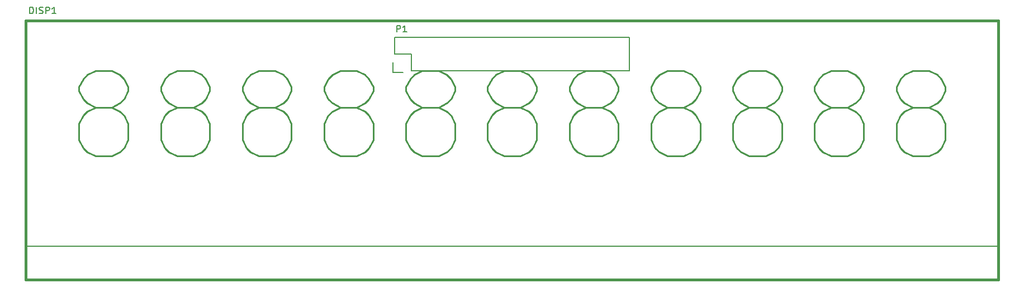
<source format=gto>
G04 #@! TF.FileFunction,Legend,Top*
%FSLAX46Y46*%
G04 Gerber Fmt 4.6, Leading zero omitted, Abs format (unit mm)*
G04 Created by KiCad (PCBNEW 4.0.4-stable) date 11/06/16 19:23:54*
%MOMM*%
%LPD*%
G01*
G04 APERTURE LIST*
%ADD10C,0.100000*%
%ADD11C,0.150000*%
%ADD12C,0.450000*%
%ADD13C,0.250000*%
G04 APERTURE END LIST*
D10*
D11*
X74930000Y-119380000D02*
X222250000Y-119380000D01*
D12*
X222250000Y-124460000D02*
X222250000Y-116840000D01*
X74930000Y-116840000D02*
X74930000Y-124460000D01*
X74930000Y-116840000D02*
X74930000Y-85090000D01*
X74930000Y-85090000D02*
X222250000Y-85090000D01*
X222250000Y-85090000D02*
X222250000Y-116840000D01*
X222250000Y-124460000D02*
X74930000Y-124460000D01*
D11*
X166370000Y-87630000D02*
X130810000Y-87630000D01*
X133350000Y-92710000D02*
X166370000Y-92710000D01*
X166370000Y-87630000D02*
X166370000Y-92710000D01*
X130810000Y-87630000D02*
X130810000Y-90170000D01*
X130530000Y-91440000D02*
X130530000Y-92990000D01*
X130810000Y-90170000D02*
X133350000Y-90170000D01*
X133350000Y-90170000D02*
X133350000Y-92710000D01*
X130530000Y-92990000D02*
X132080000Y-92990000D01*
X75517619Y-84018381D02*
X75517619Y-83018381D01*
X75755714Y-83018381D01*
X75898572Y-83066000D01*
X75993810Y-83161238D01*
X76041429Y-83256476D01*
X76089048Y-83446952D01*
X76089048Y-83589810D01*
X76041429Y-83780286D01*
X75993810Y-83875524D01*
X75898572Y-83970762D01*
X75755714Y-84018381D01*
X75517619Y-84018381D01*
X76517619Y-84018381D02*
X76517619Y-83018381D01*
X76946190Y-83970762D02*
X77089047Y-84018381D01*
X77327143Y-84018381D01*
X77422381Y-83970762D01*
X77470000Y-83923143D01*
X77517619Y-83827905D01*
X77517619Y-83732667D01*
X77470000Y-83637429D01*
X77422381Y-83589810D01*
X77327143Y-83542190D01*
X77136666Y-83494571D01*
X77041428Y-83446952D01*
X76993809Y-83399333D01*
X76946190Y-83304095D01*
X76946190Y-83208857D01*
X76993809Y-83113619D01*
X77041428Y-83066000D01*
X77136666Y-83018381D01*
X77374762Y-83018381D01*
X77517619Y-83066000D01*
X77946190Y-84018381D02*
X77946190Y-83018381D01*
X78327143Y-83018381D01*
X78422381Y-83066000D01*
X78470000Y-83113619D01*
X78517619Y-83208857D01*
X78517619Y-83351714D01*
X78470000Y-83446952D01*
X78422381Y-83494571D01*
X78327143Y-83542190D01*
X77946190Y-83542190D01*
X79470000Y-84018381D02*
X78898571Y-84018381D01*
X79184285Y-84018381D02*
X79184285Y-83018381D01*
X79089047Y-83161238D01*
X78993809Y-83256476D01*
X78898571Y-83304095D01*
D13*
X85447145Y-98274381D02*
X84209050Y-97655333D01*
X83590002Y-97036286D01*
X82970954Y-95798190D01*
X82970954Y-95179143D01*
X83590002Y-93941048D01*
X84209050Y-93322000D01*
X85447145Y-92702952D01*
X87923335Y-92702952D01*
X89161431Y-93322000D01*
X89780478Y-93941048D01*
X90399526Y-95179143D01*
X90399526Y-95798190D01*
X89780478Y-97036286D01*
X89161431Y-97655333D01*
X87923335Y-98274381D01*
X85447145Y-98274381D01*
X84209050Y-98893429D01*
X83590002Y-99512476D01*
X82970954Y-100750571D01*
X82970954Y-103226762D01*
X83590002Y-104464857D01*
X84209050Y-105083905D01*
X85447145Y-105702952D01*
X87923335Y-105702952D01*
X89161431Y-105083905D01*
X89780478Y-104464857D01*
X90399526Y-103226762D01*
X90399526Y-100750571D01*
X89780478Y-99512476D01*
X89161431Y-98893429D01*
X87923335Y-98274381D01*
X97828097Y-98274381D02*
X96590002Y-97655333D01*
X95970954Y-97036286D01*
X95351906Y-95798190D01*
X95351906Y-95179143D01*
X95970954Y-93941048D01*
X96590002Y-93322000D01*
X97828097Y-92702952D01*
X100304287Y-92702952D01*
X101542383Y-93322000D01*
X102161430Y-93941048D01*
X102780478Y-95179143D01*
X102780478Y-95798190D01*
X102161430Y-97036286D01*
X101542383Y-97655333D01*
X100304287Y-98274381D01*
X97828097Y-98274381D01*
X96590002Y-98893429D01*
X95970954Y-99512476D01*
X95351906Y-100750571D01*
X95351906Y-103226762D01*
X95970954Y-104464857D01*
X96590002Y-105083905D01*
X97828097Y-105702952D01*
X100304287Y-105702952D01*
X101542383Y-105083905D01*
X102161430Y-104464857D01*
X102780478Y-103226762D01*
X102780478Y-100750571D01*
X102161430Y-99512476D01*
X101542383Y-98893429D01*
X100304287Y-98274381D01*
X110209049Y-98274381D02*
X108970954Y-97655333D01*
X108351906Y-97036286D01*
X107732858Y-95798190D01*
X107732858Y-95179143D01*
X108351906Y-93941048D01*
X108970954Y-93322000D01*
X110209049Y-92702952D01*
X112685239Y-92702952D01*
X113923335Y-93322000D01*
X114542382Y-93941048D01*
X115161430Y-95179143D01*
X115161430Y-95798190D01*
X114542382Y-97036286D01*
X113923335Y-97655333D01*
X112685239Y-98274381D01*
X110209049Y-98274381D01*
X108970954Y-98893429D01*
X108351906Y-99512476D01*
X107732858Y-100750571D01*
X107732858Y-103226762D01*
X108351906Y-104464857D01*
X108970954Y-105083905D01*
X110209049Y-105702952D01*
X112685239Y-105702952D01*
X113923335Y-105083905D01*
X114542382Y-104464857D01*
X115161430Y-103226762D01*
X115161430Y-100750571D01*
X114542382Y-99512476D01*
X113923335Y-98893429D01*
X112685239Y-98274381D01*
X122590001Y-98274381D02*
X121351906Y-97655333D01*
X120732858Y-97036286D01*
X120113810Y-95798190D01*
X120113810Y-95179143D01*
X120732858Y-93941048D01*
X121351906Y-93322000D01*
X122590001Y-92702952D01*
X125066191Y-92702952D01*
X126304287Y-93322000D01*
X126923334Y-93941048D01*
X127542382Y-95179143D01*
X127542382Y-95798190D01*
X126923334Y-97036286D01*
X126304287Y-97655333D01*
X125066191Y-98274381D01*
X122590001Y-98274381D01*
X121351906Y-98893429D01*
X120732858Y-99512476D01*
X120113810Y-100750571D01*
X120113810Y-103226762D01*
X120732858Y-104464857D01*
X121351906Y-105083905D01*
X122590001Y-105702952D01*
X125066191Y-105702952D01*
X126304287Y-105083905D01*
X126923334Y-104464857D01*
X127542382Y-103226762D01*
X127542382Y-100750571D01*
X126923334Y-99512476D01*
X126304287Y-98893429D01*
X125066191Y-98274381D01*
X134970953Y-98274381D02*
X133732858Y-97655333D01*
X133113810Y-97036286D01*
X132494762Y-95798190D01*
X132494762Y-95179143D01*
X133113810Y-93941048D01*
X133732858Y-93322000D01*
X134970953Y-92702952D01*
X137447143Y-92702952D01*
X138685239Y-93322000D01*
X139304286Y-93941048D01*
X139923334Y-95179143D01*
X139923334Y-95798190D01*
X139304286Y-97036286D01*
X138685239Y-97655333D01*
X137447143Y-98274381D01*
X134970953Y-98274381D01*
X133732858Y-98893429D01*
X133113810Y-99512476D01*
X132494762Y-100750571D01*
X132494762Y-103226762D01*
X133113810Y-104464857D01*
X133732858Y-105083905D01*
X134970953Y-105702952D01*
X137447143Y-105702952D01*
X138685239Y-105083905D01*
X139304286Y-104464857D01*
X139923334Y-103226762D01*
X139923334Y-100750571D01*
X139304286Y-99512476D01*
X138685239Y-98893429D01*
X137447143Y-98274381D01*
X147351905Y-98274381D02*
X146113810Y-97655333D01*
X145494762Y-97036286D01*
X144875714Y-95798190D01*
X144875714Y-95179143D01*
X145494762Y-93941048D01*
X146113810Y-93322000D01*
X147351905Y-92702952D01*
X149828095Y-92702952D01*
X151066191Y-93322000D01*
X151685238Y-93941048D01*
X152304286Y-95179143D01*
X152304286Y-95798190D01*
X151685238Y-97036286D01*
X151066191Y-97655333D01*
X149828095Y-98274381D01*
X147351905Y-98274381D01*
X146113810Y-98893429D01*
X145494762Y-99512476D01*
X144875714Y-100750571D01*
X144875714Y-103226762D01*
X145494762Y-104464857D01*
X146113810Y-105083905D01*
X147351905Y-105702952D01*
X149828095Y-105702952D01*
X151066191Y-105083905D01*
X151685238Y-104464857D01*
X152304286Y-103226762D01*
X152304286Y-100750571D01*
X151685238Y-99512476D01*
X151066191Y-98893429D01*
X149828095Y-98274381D01*
X159732857Y-98274381D02*
X158494762Y-97655333D01*
X157875714Y-97036286D01*
X157256666Y-95798190D01*
X157256666Y-95179143D01*
X157875714Y-93941048D01*
X158494762Y-93322000D01*
X159732857Y-92702952D01*
X162209047Y-92702952D01*
X163447143Y-93322000D01*
X164066190Y-93941048D01*
X164685238Y-95179143D01*
X164685238Y-95798190D01*
X164066190Y-97036286D01*
X163447143Y-97655333D01*
X162209047Y-98274381D01*
X159732857Y-98274381D01*
X158494762Y-98893429D01*
X157875714Y-99512476D01*
X157256666Y-100750571D01*
X157256666Y-103226762D01*
X157875714Y-104464857D01*
X158494762Y-105083905D01*
X159732857Y-105702952D01*
X162209047Y-105702952D01*
X163447143Y-105083905D01*
X164066190Y-104464857D01*
X164685238Y-103226762D01*
X164685238Y-100750571D01*
X164066190Y-99512476D01*
X163447143Y-98893429D01*
X162209047Y-98274381D01*
X172113809Y-98274381D02*
X170875714Y-97655333D01*
X170256666Y-97036286D01*
X169637618Y-95798190D01*
X169637618Y-95179143D01*
X170256666Y-93941048D01*
X170875714Y-93322000D01*
X172113809Y-92702952D01*
X174589999Y-92702952D01*
X175828095Y-93322000D01*
X176447142Y-93941048D01*
X177066190Y-95179143D01*
X177066190Y-95798190D01*
X176447142Y-97036286D01*
X175828095Y-97655333D01*
X174589999Y-98274381D01*
X172113809Y-98274381D01*
X170875714Y-98893429D01*
X170256666Y-99512476D01*
X169637618Y-100750571D01*
X169637618Y-103226762D01*
X170256666Y-104464857D01*
X170875714Y-105083905D01*
X172113809Y-105702952D01*
X174589999Y-105702952D01*
X175828095Y-105083905D01*
X176447142Y-104464857D01*
X177066190Y-103226762D01*
X177066190Y-100750571D01*
X176447142Y-99512476D01*
X175828095Y-98893429D01*
X174589999Y-98274381D01*
X184494761Y-98274381D02*
X183256666Y-97655333D01*
X182637618Y-97036286D01*
X182018570Y-95798190D01*
X182018570Y-95179143D01*
X182637618Y-93941048D01*
X183256666Y-93322000D01*
X184494761Y-92702952D01*
X186970951Y-92702952D01*
X188209047Y-93322000D01*
X188828094Y-93941048D01*
X189447142Y-95179143D01*
X189447142Y-95798190D01*
X188828094Y-97036286D01*
X188209047Y-97655333D01*
X186970951Y-98274381D01*
X184494761Y-98274381D01*
X183256666Y-98893429D01*
X182637618Y-99512476D01*
X182018570Y-100750571D01*
X182018570Y-103226762D01*
X182637618Y-104464857D01*
X183256666Y-105083905D01*
X184494761Y-105702952D01*
X186970951Y-105702952D01*
X188209047Y-105083905D01*
X188828094Y-104464857D01*
X189447142Y-103226762D01*
X189447142Y-100750571D01*
X188828094Y-99512476D01*
X188209047Y-98893429D01*
X186970951Y-98274381D01*
X196875713Y-98274381D02*
X195637618Y-97655333D01*
X195018570Y-97036286D01*
X194399522Y-95798190D01*
X194399522Y-95179143D01*
X195018570Y-93941048D01*
X195637618Y-93322000D01*
X196875713Y-92702952D01*
X199351903Y-92702952D01*
X200589999Y-93322000D01*
X201209046Y-93941048D01*
X201828094Y-95179143D01*
X201828094Y-95798190D01*
X201209046Y-97036286D01*
X200589999Y-97655333D01*
X199351903Y-98274381D01*
X196875713Y-98274381D01*
X195637618Y-98893429D01*
X195018570Y-99512476D01*
X194399522Y-100750571D01*
X194399522Y-103226762D01*
X195018570Y-104464857D01*
X195637618Y-105083905D01*
X196875713Y-105702952D01*
X199351903Y-105702952D01*
X200589999Y-105083905D01*
X201209046Y-104464857D01*
X201828094Y-103226762D01*
X201828094Y-100750571D01*
X201209046Y-99512476D01*
X200589999Y-98893429D01*
X199351903Y-98274381D01*
X209256665Y-98274381D02*
X208018570Y-97655333D01*
X207399522Y-97036286D01*
X206780474Y-95798190D01*
X206780474Y-95179143D01*
X207399522Y-93941048D01*
X208018570Y-93322000D01*
X209256665Y-92702952D01*
X211732855Y-92702952D01*
X212970951Y-93322000D01*
X213589998Y-93941048D01*
X214209046Y-95179143D01*
X214209046Y-95798190D01*
X213589998Y-97036286D01*
X212970951Y-97655333D01*
X211732855Y-98274381D01*
X209256665Y-98274381D01*
X208018570Y-98893429D01*
X207399522Y-99512476D01*
X206780474Y-100750571D01*
X206780474Y-103226762D01*
X207399522Y-104464857D01*
X208018570Y-105083905D01*
X209256665Y-105702952D01*
X211732855Y-105702952D01*
X212970951Y-105083905D01*
X213589998Y-104464857D01*
X214209046Y-103226762D01*
X214209046Y-100750571D01*
X213589998Y-99512476D01*
X212970951Y-98893429D01*
X211732855Y-98274381D01*
D11*
X131087905Y-86812381D02*
X131087905Y-85812381D01*
X131468858Y-85812381D01*
X131564096Y-85860000D01*
X131611715Y-85907619D01*
X131659334Y-86002857D01*
X131659334Y-86145714D01*
X131611715Y-86240952D01*
X131564096Y-86288571D01*
X131468858Y-86336190D01*
X131087905Y-86336190D01*
X132611715Y-86812381D02*
X132040286Y-86812381D01*
X132326000Y-86812381D02*
X132326000Y-85812381D01*
X132230762Y-85955238D01*
X132135524Y-86050476D01*
X132040286Y-86098095D01*
M02*

</source>
